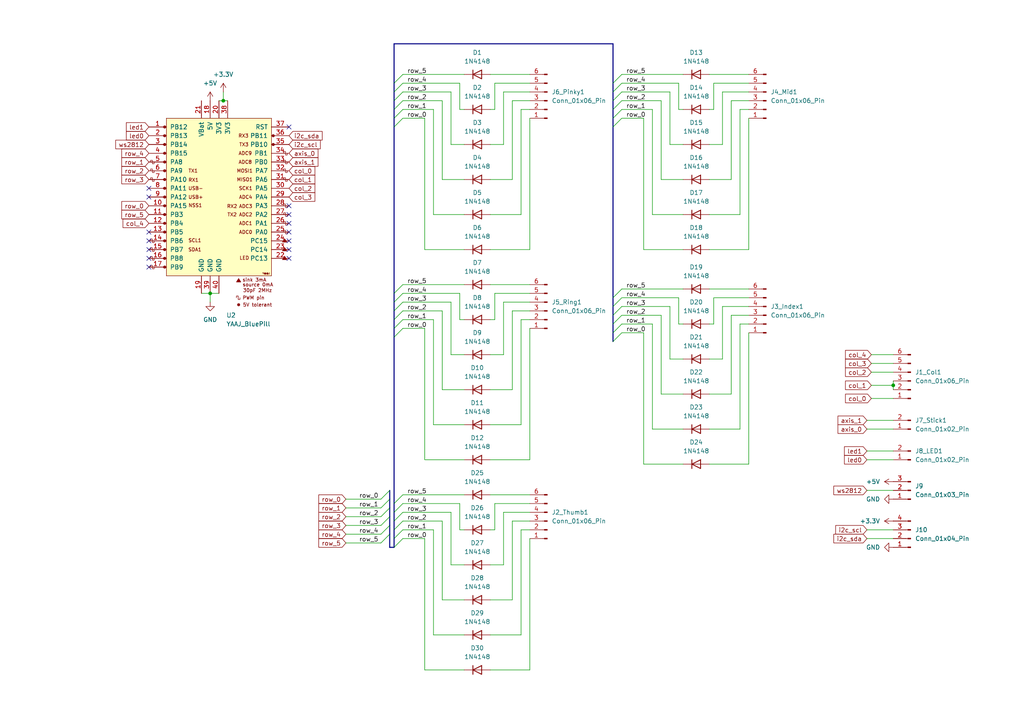
<source format=kicad_sch>
(kicad_sch (version 20250114) (generator "eeschema") (generator_version "9.0")
  (paper "A4")
  (lib_symbols
    (symbol "Connector:Conn_01x02_Pin" (pin_names (offset 1.016) (hide yes))
      (property "Reference" "J" (at 0 2.54 0))
      (property "Value" "Conn_01x02_Pin" (at 0 -5.08 0))
      (symbol "Conn_01x02_Pin_1_1"
        (pin passive line (at 5.08 0 180) (length 3.81) (name "Pin_1") (number "1"))
        (pin passive line (at 5.08 -2.54 180) (length 3.81) (name "Pin_2") (number "2"))
      )
    )
    (symbol "Connector:Conn_01x03_Pin" (pin_names (offset 1.016) (hide yes))
      (property "Reference" "J" (at 0 5.08 0))
      (property "Value" "Conn_01x03_Pin" (at 0 -5.08 0))
      (symbol "Conn_01x03_Pin_1_1"
        (pin passive line (at 5.08 2.54 180) (length 3.81) (name "Pin_1") (number "1"))
        (pin passive line (at 5.08 0 180) (length 3.81) (name "Pin_2") (number "2"))
        (pin passive line (at 5.08 -2.54 180) (length 3.81) (name "Pin_3") (number "3"))
      )
    )
    (symbol "Connector:Conn_01x04_Pin" (pin_names (offset 1.016) (hide yes))
      (property "Reference" "J" (at 0 5.08 0))
      (property "Value" "Conn_01x04_Pin" (at 0 -7.62 0))
      (symbol "Conn_01x04_Pin_1_1"
        (pin passive line (at 5.08 2.54 180) (length 3.81) (name "Pin_1") (number "1"))
        (pin passive line (at 5.08 0 180) (length 3.81) (name "Pin_2") (number "2"))
        (pin passive line (at 5.08 -2.54 180) (length 3.81) (name "Pin_3") (number "3"))
        (pin passive line (at 5.08 -5.08 180) (length 3.81) (name "Pin_4") (number "4"))
      )
    )
    (symbol "Connector:Conn_01x06_Pin" (pin_names (offset 1.016) (hide yes))
      (property "Reference" "J" (at 0 7.62 0))
      (property "Value" "Conn_01x06_Pin" (at 0 -10.16 0))
      (symbol "Conn_01x06_Pin_1_1"
        (pin passive line (at 5.08 5.08 180) (length 3.81) (name "Pin_1") (number "1"))
        (pin passive line (at 5.08 2.54 180) (length 3.81) (name "Pin_2") (number "2"))
        (pin passive line (at 5.08 0 180) (length 3.81) (name "Pin_3") (number "3"))
        (pin passive line (at 5.08 -2.54 180) (length 3.81) (name "Pin_4") (number "4"))
        (pin passive line (at 5.08 -5.08 180) (length 3.81) (name "Pin_5") (number "5"))
        (pin passive line (at 5.08 -7.62 180) (length 3.81) (name "Pin_6") (number "6"))
      )
    )
    (symbol "Diode:1N4148" (pin_numbers (hide yes)) (pin_names (hide yes))
      (property "Reference" "D" (at 0 2.54 0))
      (property "Value" "1N4148" (at 0 -2.54 0))
      (symbol "1N4148_1_1"
        (pin passive line (at -3.81 0 0) (length 2.54) (name "K") (number "1"))
        (pin passive line (at 3.81 0 180) (length 2.54) (name "A") (number "2"))
      )
    )
    (symbol "STM32:YAAJ_BluePill" (pin_names (offset 1.016))
      (property "Reference" "U" (at -13.97 24.13 0))
      (property "Value" "YAAJ_BluePill" (at 0 6.35 90))
      (symbol "YAAJ_BluePill_0_0"
        (text "TX1" (at -7.493 7.62 0) (effects (font (size 0.9906 0.9906))))
        (text "RX1" (at -7.366 4.953 0) (effects (font (size 0.9906 0.9906))))
        (text "SCL1" (at -6.985 -12.573 0) (effects (font (size 0.9906 0.9906))))
        (text "SDA1" (at -6.985 -15.24 0) (effects (font (size 0.9906 0.9906))))
        (text "NSS1" (at -6.858 -2.413 0) (effects (font (size 0.9906 0.9906))))
        (text "USB-" (at -6.731 2.54 0) (effects (font (size 0.9906 0.9906))))
        (text "USB+" (at -6.731 0 0) (effects (font (size 0.9906 0.9906))))
        (text "RX2" (at 3.81 -2.667 0) (effects (font (size 0.9906 0.9906))))
        (text "TX2" (at 3.81 -5.08 0) (effects (font (size 0.9906 0.9906))))
        (text "RX3" (at 7.112 17.78 0) (effects (font (size 0.9906 0.9906))))
        (text "TX3" (at 7.239 15.24 0) (effects (font (size 0.9906 0.9906))))
        (text "LED" (at 7.366 -17.653 0) (effects (font (size 0.9906 0.9906))))
        (text "MOSI1" (at 7.493 7.62 0) (effects (font (size 0.9906 0.9906))))
        (text "MISO1" (at 7.493 5.08 0) (effects (font (size 0.9906 0.9906))))
        (text "ADC9" (at 7.62 12.7 0) (effects (font (size 0.9906 0.9906))))
        (text "ADC8" (at 7.62 10.16 0) (effects (font (size 0.9906 0.9906))))
        (text "SCK1" (at 7.747 2.54 0) (effects (font (size 0.9906 0.9906))))
        (text "ADC4" (at 7.747 0 0) (effects (font (size 0.9906 0.9906))))
        (text "ADC3" (at 7.747 -2.667 0) (effects (font (size 0.9906 0.9906))))
        (text "ADC2" (at 7.747 -5.08 0) (effects (font (size 0.9906 0.9906))))
        (text "ADC1" (at 7.747 -7.62 0) (effects (font (size 0.9906 0.9906))))
        (text "ADC0" (at 7.747 -10.16 0) (effects (font (size 0.9906 0.9906))))
        (text "PWM pin" (at 10.033 -29.21 0) (effects (font (size 0.9906 0.9906))))
        (text "sink 3mA" (at 10.287 -24.003 0) (effects (font (size 0.9906 0.9906))))
        (text "30pF 2MHz" (at 11.176 -27.051 0) (effects (font (size 0.9906 0.9906))))
        (text "5V tolerant" (at 11.176 -31.242 0) (effects (font (size 0.9906 0.9906))))
        (text "source 0mA" (at 11.303 -25.4 0) (effects (font (size 0.9906 0.9906))))
        (text "Y@@J" (at 13.6906 -22.1488 0) (effects (font (size 0.508 0.508))))
      )
      (symbol "YAAJ_BluePill_1_1"
        (pin bidirectional line (at -20.32 20.32 0) (length 5.08) (name "PB12") (number "1"))
        (pin bidirectional line (at -20.32 17.78 0) (length 5.08) (name "PB13") (number "2"))
        (pin bidirectional line (at -20.32 15.24 0) (length 5.08) (name "PB14") (number "3"))
        (pin bidirectional line (at -20.32 12.7 0) (length 5.08) (name "PB15") (number "4"))
        (pin bidirectional line (at -20.32 10.16 0) (length 5.08) (name "PA8") (number "5"))
        (pin bidirectional line (at -20.32 7.62 0) (length 5.08) (name "PA9") (number "6"))
        (pin bidirectional line (at -20.32 5.08 0) (length 5.08) (name "PA10") (number "7"))
        (pin bidirectional line (at -20.32 2.54 0) (length 5.08) (name "PA11") (number "8"))
        (pin bidirectional line (at -20.32 0 0) (length 5.08) (name "PA12") (number "9"))
        (pin bidirectional line (at -20.32 -2.54 0) (length 5.08) (name "PA15") (number "10"))
        (pin bidirectional line (at -20.32 -5.08 0) (length 5.08) (name "PB3") (number "11"))
        (pin bidirectional line (at -20.32 -7.62 0) (length 5.08) (name "PB4") (number "12"))
        (pin bidirectional line (at -20.32 -10.16 0) (length 5.08) (name "PB5") (number "13"))
        (pin bidirectional line (at -20.32 -12.7 0) (length 5.08) (name "PB6") (number "14"))
        (pin bidirectional line (at -20.32 -15.24 0) (length 5.08) (name "PB7") (number "15"))
        (pin bidirectional line (at -20.32 -17.78 0) (length 5.08) (name "PB8") (number "16"))
        (pin bidirectional line (at -20.32 -20.32 0) (length 5.08) (name "PB9") (number "17"))
        (pin power_in line (at -5.08 27.94 270) (length 5.08) (name "VBat") (number "21"))
        (pin power_in line (at -5.08 -27.94 90) (length 5.08) (name "GND") (number "19"))
        (pin power_in line (at -2.54 27.94 270) (length 5.08) (name "5V") (number "18"))
        (pin power_in line (at -2.54 -27.94 90) (length 5.08) (name "GND") (number "39"))
        (pin power_in line (at 0 27.94 270) (length 5.08) (name "3V3") (number "20"))
        (pin power_in line (at 0 -27.94 90) (length 5.08) (name "GND") (number "40"))
        (pin power_in line (at 2.54 27.94 270) (length 5.08) (name "3V3") (number "38"))
        (pin input line (at 20.32 20.32 180) (length 5.08) (name "RST") (number "37"))
        (pin bidirectional line (at 20.32 17.78 180) (length 5.08) (name "PB11") (number "36"))
        (pin bidirectional line (at 20.32 15.24 180) (length 5.08) (name "PB10") (number "35"))
        (pin bidirectional line (at 20.32 12.7 180) (length 5.08) (name "PB1") (number "34"))
        (pin bidirectional line (at 20.32 10.16 180) (length 5.08) (name "PB0") (number "33"))
        (pin bidirectional line (at 20.32 7.62 180) (length 5.08) (name "PA7") (number "32"))
        (pin bidirectional line (at 20.32 5.08 180) (length 5.08) (name "PA6") (number "31"))
        (pin bidirectional line (at 20.32 2.54 180) (length 5.08) (name "PA5") (number "30"))
        (pin bidirectional line (at 20.32 0 180) (length 5.08) (name "PA4") (number "29"))
        (pin bidirectional line (at 20.32 -2.54 180) (length 5.08) (name "PA3") (number "28"))
        (pin bidirectional line (at 20.32 -5.08 180) (length 5.08) (name "PA2") (number "27"))
        (pin bidirectional line (at 20.32 -7.62 180) (length 5.08) (name "PA1") (number "26"))
        (pin bidirectional line (at 20.32 -10.16 180) (length 5.08) (name "PA0") (number "25"))
        (pin bidirectional line (at 20.32 -12.7 180) (length 5.08) (name "PC15") (number "24"))
        (pin bidirectional line (at 20.32 -15.24 180) (length 5.08) (name "PC14") (number "23"))
        (pin bidirectional line (at 20.32 -17.78 180) (length 5.08) (name "PC13") (number "22"))
      )
    )
    (symbol "power:+5V" (power) (pin_numbers (hide yes)) (pin_names (offset 0) (hide yes))
      (property "Value" "+5V" (at 0 3.556 0))
      (symbol "+5V_1_1"
        (pin power_in line (at 0 0 90) (length 0) (name "~") (number "1"))
      )
    )
    (symbol "power:GND" (power) (pin_numbers (hide yes)) (pin_names (offset 0) (hide yes))
      (property "Value" "GND" (at 0 -3.81 0))
      (symbol "GND_1_1"
        (pin power_in line (at 0 0 270) (length 0) (name "~") (number "1"))
      )
    )
  )
  (junction (at 60.96 85.09))
  (junction (at 259.08 111.76))
  (junction (at 64.77 29.21))
  (no_connect (at 83.82 62.23))
  (no_connect (at 83.82 72.39))
  (no_connect (at 43.18 69.85))
  (no_connect (at 83.82 64.77))
  (no_connect (at 83.82 59.69))
  (no_connect (at 43.18 74.93))
  (no_connect (at 43.18 72.39))
  (no_connect (at 83.82 69.85))
  (no_connect (at 83.82 36.83))
  (no_connect (at 43.18 57.15))
  (no_connect (at 43.18 54.61))
  (no_connect (at 83.82 74.93))
  (no_connect (at 43.18 67.31))
  (no_connect (at 83.82 67.31))
  (no_connect (at 43.18 77.47))
  (bus_entry (at 114.3 24.13) (size 2.54 -2.54))
  (bus_entry (at 114.3 34.29) (size 2.54 -2.54))
  (bus_entry (at 114.3 31.75) (size 2.54 -2.54))
  (bus_entry (at 113.03 147.32) (size -2.54 2.54))
  (bus_entry (at 114.3 95.25) (size 2.54 -2.54))
  (bus_entry (at 114.3 85.09) (size 2.54 -2.54))
  (bus_entry (at 114.3 92.71) (size 2.54 -2.54))
  (bus_entry (at 113.03 152.4) (size -2.54 2.54))
  (bus_entry (at 114.3 29.21) (size 2.54 -2.54))
  (bus_entry (at 177.8 91.44) (size 2.54 -2.54))
  (bus_entry (at 114.3 26.67) (size 2.54 -2.54))
  (bus_entry (at 114.3 148.59) (size 2.54 -2.54))
  (bus_entry (at 113.03 142.24) (size -2.54 2.54))
  (bus_entry (at 114.3 87.63) (size 2.54 -2.54))
  (bus_entry (at 177.8 96.52) (size 2.54 -2.54))
  (bus_entry (at 177.8 36.83) (size 2.54 -2.54))
  (bus_entry (at 114.3 158.75) (size 2.54 -2.54))
  (bus_entry (at 114.3 151.13) (size 2.54 -2.54))
  (bus_entry (at 177.8 86.36) (size 2.54 -2.54))
  (bus_entry (at 177.8 34.29) (size 2.54 -2.54))
  (bus_entry (at 113.03 144.78) (size -2.54 2.54))
  (bus_entry (at 177.8 29.21) (size 2.54 -2.54))
  (bus_entry (at 114.3 156.21) (size 2.54 -2.54))
  (bus_entry (at 114.3 146.05) (size 2.54 -2.54))
  (bus_entry (at 177.8 26.67) (size 2.54 -2.54))
  (bus_entry (at 114.3 97.79) (size 2.54 -2.54))
  (bus_entry (at 114.3 153.67) (size 2.54 -2.54))
  (bus_entry (at 177.8 24.13) (size 2.54 -2.54))
  (bus_entry (at 177.8 99.06) (size 2.54 -2.54))
  (bus_entry (at 114.3 90.17) (size 2.54 -2.54))
  (bus_entry (at 177.8 31.75) (size 2.54 -2.54))
  (bus_entry (at 177.8 88.9) (size 2.54 -2.54))
  (bus_entry (at 114.3 36.83) (size 2.54 -2.54))
  (bus_entry (at 177.8 93.98) (size 2.54 -2.54))
  (bus_entry (at 113.03 149.86) (size -2.54 2.54))
  (bus_entry (at 113.03 154.94) (size -2.54 2.54))
  (wire (pts (xy 146.05 87.63) (xy 146.05 102.87)))
  (wire (pts (xy 251.46 153.67) (xy 259.08 153.67)))
  (wire (pts (xy 212.09 91.44) (xy 217.17 91.44)))
  (wire (pts (xy 189.23 124.46) (xy 198.12 124.46)))
  (wire (pts (xy 143.51 31.75) (xy 143.51 24.13)))
  (wire (pts (xy 180.34 31.75) (xy 189.23 31.75)))
  (bus (pts (xy 177.8 99.06) (xy 177.8 96.52)))
  (wire (pts (xy 180.34 93.98) (xy 189.23 93.98)))
  (bus (pts (xy 113.03 152.4) (xy 113.03 154.94)))
  (wire (pts (xy 153.67 29.21) (xy 148.59 29.21)))
  (bus (pts (xy 177.8 36.83) (xy 177.8 34.29)))
  (wire (pts (xy 180.34 96.52) (xy 186.69 96.52)))
  (wire (pts (xy 205.74 114.3) (xy 212.09 114.3)))
  (bus (pts (xy 114.3 87.63) (xy 114.3 90.17)))
  (wire (pts (xy 251.46 121.92) (xy 259.08 121.92)))
  (wire (pts (xy 130.81 148.59) (xy 116.84 148.59)))
  (wire (pts (xy 123.19 72.39) (xy 134.62 72.39)))
  (wire (pts (xy 196.85 31.75) (xy 196.85 24.13)))
  (wire (pts (xy 128.27 29.21) (xy 128.27 52.07)))
  (wire (pts (xy 100.33 147.32) (xy 110.49 147.32)))
  (wire (pts (xy 116.84 153.67) (xy 125.73 153.67)))
  (wire (pts (xy 191.77 52.07) (xy 198.12 52.07)))
  (wire (pts (xy 142.24 163.83) (xy 146.05 163.83)))
  (bus (pts (xy 114.3 148.59) (xy 114.3 151.13)))
  (wire (pts (xy 153.67 87.63) (xy 146.05 87.63)))
  (wire (pts (xy 151.13 123.19) (xy 142.24 123.19)))
  (wire (pts (xy 116.84 156.21) (xy 123.19 156.21)))
  (wire (pts (xy 125.73 123.19) (xy 134.62 123.19)))
  (bus (pts (xy 114.3 31.75) (xy 114.3 34.29)))
  (wire (pts (xy 142.24 41.91) (xy 146.05 41.91)))
  (wire (pts (xy 116.84 31.75) (xy 125.73 31.75)))
  (wire (pts (xy 209.55 88.9) (xy 209.55 104.14)))
  (wire (pts (xy 186.69 72.39) (xy 198.12 72.39)))
  (wire (pts (xy 212.09 52.07) (xy 212.09 29.21)))
  (wire (pts (xy 189.23 124.46) (xy 189.23 93.98)))
  (bus (pts (xy 114.3 92.71) (xy 114.3 95.25)))
  (wire (pts (xy 251.46 133.35) (xy 259.08 133.35)))
  (bus (pts (xy 114.3 97.79) (xy 114.3 146.05)))
  (wire (pts (xy 217.17 34.29) (xy 217.17 72.39)))
  (wire (pts (xy 142.24 31.75) (xy 143.51 31.75)))
  (wire (pts (xy 209.55 104.14) (xy 205.74 104.14)))
  (wire (pts (xy 205.74 134.62) (xy 217.17 134.62)))
  (wire (pts (xy 148.59 173.99) (xy 148.59 151.13)))
  (wire (pts (xy 146.05 148.59) (xy 153.67 148.59)))
  (wire (pts (xy 116.84 34.29) (xy 123.19 34.29)))
  (wire (pts (xy 123.19 34.29) (xy 123.19 72.39)))
  (wire (pts (xy 251.46 124.46) (xy 259.08 124.46)))
  (wire (pts (xy 217.17 72.39) (xy 205.74 72.39)))
  (wire (pts (xy 191.77 114.3) (xy 191.77 91.44)))
  (wire (pts (xy 214.63 31.75) (xy 217.17 31.75)))
  (wire (pts (xy 100.33 144.78) (xy 110.49 144.78)))
  (wire (pts (xy 259.08 107.95) (xy 252.73 107.95)))
  (wire (pts (xy 116.84 21.59) (xy 134.62 21.59)))
  (wire (pts (xy 133.35 153.67) (xy 133.35 146.05)))
  (wire (pts (xy 143.51 153.67) (xy 143.51 146.05)))
  (wire (pts (xy 116.84 92.71) (xy 125.73 92.71)))
  (wire (pts (xy 251.46 156.21) (xy 259.08 156.21)))
  (wire (pts (xy 153.67 194.31) (xy 142.24 194.31)))
  (wire (pts (xy 130.81 102.87) (xy 130.81 87.63)))
  (wire (pts (xy 116.84 29.21) (xy 128.27 29.21)))
  (wire (pts (xy 128.27 173.99) (xy 128.27 151.13)))
  (wire (pts (xy 116.84 143.51) (xy 134.62 143.51)))
  (wire (pts (xy 116.84 87.63) (xy 130.81 87.63)))
  (wire (pts (xy 142.24 92.71) (xy 143.51 92.71)))
  (wire (pts (xy 153.67 95.25) (xy 153.67 133.35)))
  (wire (pts (xy 180.34 21.59) (xy 198.12 21.59)))
  (wire (pts (xy 64.77 26.67) (xy 64.77 29.21)))
  (bus (pts (xy 113.03 144.78) (xy 113.03 147.32)))
  (wire (pts (xy 116.84 95.25) (xy 123.19 95.25)))
  (wire (pts (xy 130.81 26.67) (xy 130.81 41.91)))
  (bus (pts (xy 114.3 153.67) (xy 114.3 156.21)))
  (wire (pts (xy 205.74 21.59) (xy 217.17 21.59)))
  (wire (pts (xy 146.05 26.67) (xy 153.67 26.67)))
  (bus (pts (xy 114.3 34.29) (xy 114.3 36.83)))
  (wire (pts (xy 153.67 90.17) (xy 148.59 90.17)))
  (wire (pts (xy 153.67 72.39) (xy 142.24 72.39)))
  (wire (pts (xy 128.27 113.03) (xy 134.62 113.03)))
  (wire (pts (xy 148.59 151.13) (xy 153.67 151.13)))
  (wire (pts (xy 207.01 31.75) (xy 205.74 31.75)))
  (wire (pts (xy 116.84 90.17) (xy 128.27 90.17)))
  (wire (pts (xy 146.05 163.83) (xy 146.05 148.59)))
  (wire (pts (xy 125.73 123.19) (xy 125.73 92.71)))
  (wire (pts (xy 217.17 88.9) (xy 209.55 88.9)))
  (wire (pts (xy 153.67 133.35) (xy 142.24 133.35)))
  (wire (pts (xy 259.08 111.76) (xy 259.08 113.03)))
  (bus (pts (xy 177.8 31.75) (xy 177.8 29.21)))
  (wire (pts (xy 151.13 153.67) (xy 153.67 153.67)))
  (wire (pts (xy 205.74 52.07) (xy 212.09 52.07)))
  (wire (pts (xy 130.81 102.87) (xy 134.62 102.87)))
  (wire (pts (xy 214.63 124.46) (xy 205.74 124.46)))
  (wire (pts (xy 133.35 153.67) (xy 134.62 153.67)))
  (wire (pts (xy 259.08 111.76) (xy 252.73 111.76)))
  (bus (pts (xy 177.8 88.9) (xy 177.8 86.36)))
  (bus (pts (xy 114.3 151.13) (xy 114.3 153.67)))
  (wire (pts (xy 205.74 83.82) (xy 217.17 83.82)))
  (bus (pts (xy 177.8 91.44) (xy 177.8 88.9)))
  (wire (pts (xy 212.09 114.3) (xy 212.09 91.44)))
  (wire (pts (xy 205.74 62.23) (xy 214.63 62.23)))
  (wire (pts (xy 207.01 24.13) (xy 207.01 31.75)))
  (bus (pts (xy 113.03 149.86) (xy 113.03 152.4)))
  (wire (pts (xy 123.19 133.35) (xy 123.19 95.25)))
  (wire (pts (xy 143.51 85.09) (xy 153.67 85.09)))
  (wire (pts (xy 133.35 146.05) (xy 116.84 146.05)))
  (wire (pts (xy 189.23 62.23) (xy 189.23 31.75)))
  (wire (pts (xy 128.27 173.99) (xy 134.62 173.99)))
  (bus (pts (xy 177.8 93.98) (xy 177.8 91.44)))
  (wire (pts (xy 259.08 105.41) (xy 252.73 105.41)))
  (bus (pts (xy 114.3 90.17) (xy 114.3 92.71)))
  (wire (pts (xy 123.19 194.31) (xy 134.62 194.31)))
  (wire (pts (xy 217.17 93.98) (xy 214.63 93.98)))
  (wire (pts (xy 133.35 24.13) (xy 133.35 31.75)))
  (bus (pts (xy 114.3 12.7) (xy 177.8 12.7)))
  (bus (pts (xy 177.8 26.67) (xy 177.8 24.13)))
  (wire (pts (xy 151.13 31.75) (xy 151.13 62.23)))
  (bus (pts (xy 114.3 146.05) (xy 114.3 148.59)))
  (wire (pts (xy 146.05 102.87) (xy 142.24 102.87)))
  (wire (pts (xy 180.34 34.29) (xy 186.69 34.29)))
  (bus (pts (xy 113.03 154.94) (xy 113.03 158.75)))
  (bus (pts (xy 114.3 156.21) (xy 114.3 158.75)))
  (wire (pts (xy 209.55 41.91) (xy 209.55 26.67)))
  (bus (pts (xy 113.03 147.32) (xy 113.03 149.86)))
  (wire (pts (xy 153.67 156.21) (xy 153.67 194.31)))
  (wire (pts (xy 212.09 29.21) (xy 217.17 29.21)))
  (wire (pts (xy 100.33 157.48) (xy 110.49 157.48)))
  (bus (pts (xy 177.8 96.52) (xy 177.8 93.98)))
  (bus (pts (xy 177.8 34.29) (xy 177.8 31.75)))
  (wire (pts (xy 205.74 41.91) (xy 209.55 41.91)))
  (bus (pts (xy 177.8 24.13) (xy 177.8 12.7)))
  (wire (pts (xy 186.69 134.62) (xy 198.12 134.62)))
  (wire (pts (xy 148.59 90.17) (xy 148.59 113.03)))
  (wire (pts (xy 130.81 163.83) (xy 134.62 163.83)))
  (wire (pts (xy 123.19 194.31) (xy 123.19 156.21)))
  (wire (pts (xy 180.34 26.67) (xy 194.31 26.67)))
  (wire (pts (xy 100.33 149.86) (xy 110.49 149.86)))
  (wire (pts (xy 214.63 62.23) (xy 214.63 31.75)))
  (wire (pts (xy 60.96 85.09) (xy 63.5 85.09)))
  (bus (pts (xy 114.3 12.7) (xy 114.3 24.13)))
  (wire (pts (xy 196.85 86.36) (xy 180.34 86.36)))
  (wire (pts (xy 148.59 29.21) (xy 148.59 52.07)))
  (wire (pts (xy 151.13 184.15) (xy 151.13 153.67)))
  (wire (pts (xy 142.24 173.99) (xy 148.59 173.99)))
  (wire (pts (xy 207.01 86.36) (xy 217.17 86.36)))
  (wire (pts (xy 259.08 110.49) (xy 259.08 111.76)))
  (bus (pts (xy 114.3 158.75) (xy 113.03 158.75)))
  (bus (pts (xy 114.3 29.21) (xy 114.3 31.75)))
  (wire (pts (xy 128.27 151.13) (xy 116.84 151.13)))
  (wire (pts (xy 125.73 31.75) (xy 125.73 62.23)))
  (wire (pts (xy 194.31 104.14) (xy 198.12 104.14)))
  (wire (pts (xy 143.51 146.05) (xy 153.67 146.05)))
  (bus (pts (xy 114.3 24.13) (xy 114.3 26.67)))
  (wire (pts (xy 196.85 93.98) (xy 198.12 93.98)))
  (wire (pts (xy 143.51 92.71) (xy 143.51 85.09)))
  (wire (pts (xy 194.31 41.91) (xy 194.31 26.67)))
  (wire (pts (xy 214.63 93.98) (xy 214.63 124.46)))
  (wire (pts (xy 207.01 93.98) (xy 207.01 86.36)))
  (wire (pts (xy 148.59 52.07) (xy 142.24 52.07)))
  (wire (pts (xy 194.31 41.91) (xy 198.12 41.91)))
  (wire (pts (xy 142.24 21.59) (xy 153.67 21.59)))
  (wire (pts (xy 100.33 152.4) (xy 110.49 152.4)))
  (wire (pts (xy 142.24 82.55) (xy 153.67 82.55)))
  (wire (pts (xy 116.84 85.09) (xy 133.35 85.09)))
  (wire (pts (xy 64.77 29.21) (xy 66.04 29.21)))
  (wire (pts (xy 151.13 92.71) (xy 151.13 123.19)))
  (wire (pts (xy 180.34 24.13) (xy 196.85 24.13)))
  (wire (pts (xy 251.46 142.24) (xy 259.08 142.24)))
  (wire (pts (xy 180.34 91.44) (xy 191.77 91.44)))
  (wire (pts (xy 142.24 153.67) (xy 143.51 153.67)))
  (wire (pts (xy 209.55 26.67) (xy 217.17 26.67)))
  (wire (pts (xy 128.27 113.03) (xy 128.27 90.17)))
  (wire (pts (xy 146.05 41.91) (xy 146.05 26.67)))
  (wire (pts (xy 259.08 102.87) (xy 252.73 102.87)))
  (wire (pts (xy 180.34 29.21) (xy 191.77 29.21)))
  (wire (pts (xy 130.81 41.91) (xy 134.62 41.91)))
  (wire (pts (xy 142.24 143.51) (xy 153.67 143.51)))
  (wire (pts (xy 130.81 163.83) (xy 130.81 148.59)))
  (wire (pts (xy 100.33 154.94) (xy 110.49 154.94)))
  (wire (pts (xy 151.13 62.23) (xy 142.24 62.23)))
  (wire (pts (xy 133.35 92.71) (xy 133.35 85.09)))
  (wire (pts (xy 196.85 93.98) (xy 196.85 86.36)))
  (wire (pts (xy 186.69 134.62) (xy 186.69 96.52)))
  (wire (pts (xy 251.46 130.81) (xy 259.08 130.81)))
  (wire (pts (xy 153.67 92.71) (xy 151.13 92.71)))
  (wire (pts (xy 143.51 24.13) (xy 153.67 24.13)))
  (wire (pts (xy 180.34 83.82) (xy 198.12 83.82)))
  (bus (pts (xy 114.3 26.67) (xy 114.3 29.21)))
  (wire (pts (xy 191.77 52.07) (xy 191.77 29.21)))
  (wire (pts (xy 153.67 34.29) (xy 153.67 72.39)))
  (wire (pts (xy 125.73 62.23) (xy 134.62 62.23)))
  (wire (pts (xy 189.23 62.23) (xy 198.12 62.23)))
  (wire (pts (xy 196.85 31.75) (xy 198.12 31.75)))
  (wire (pts (xy 148.59 113.03) (xy 142.24 113.03)))
  (wire (pts (xy 63.5 29.21) (xy 64.77 29.21)))
  (wire (pts (xy 194.31 104.14) (xy 194.31 88.9)))
  (wire (pts (xy 186.69 72.39) (xy 186.69 34.29)))
  (wire (pts (xy 153.67 31.75) (xy 151.13 31.75)))
  (wire (pts (xy 125.73 184.15) (xy 125.73 153.67)))
  (wire (pts (xy 123.19 133.35) (xy 134.62 133.35)))
  (bus (pts (xy 114.3 95.25) (xy 114.3 97.79)))
  (wire (pts (xy 58.42 85.09) (xy 60.96 85.09)))
  (wire (pts (xy 125.73 184.15) (xy 134.62 184.15)))
  (bus (pts (xy 177.8 29.21) (xy 177.8 26.67)))
  (wire (pts (xy 116.84 26.67) (xy 130.81 26.67)))
  (wire (pts (xy 128.27 52.07) (xy 134.62 52.07)))
  (wire (pts (xy 217.17 24.13) (xy 207.01 24.13)))
  (bus (pts (xy 114.3 36.83) (xy 114.3 85.09)))
  (bus (pts (xy 114.3 85.09) (xy 114.3 87.63)))
  (wire (pts (xy 116.84 24.13) (xy 133.35 24.13)))
  (wire (pts (xy 133.35 92.71) (xy 134.62 92.71)))
  (bus (pts (xy 113.03 142.24) (xy 113.03 144.78)))
  (wire (pts (xy 60.96 85.09) (xy 60.96 87.63)))
  (wire (pts (xy 205.74 93.98) (xy 207.01 93.98)))
  (wire (pts (xy 191.77 114.3) (xy 198.12 114.3)))
  (bus (pts (xy 177.8 86.36) (xy 177.8 36.83)))
  (wire (pts (xy 116.84 82.55) (xy 134.62 82.55)))
  (wire (pts (xy 259.08 115.57) (xy 252.73 115.57)))
  (wire (pts (xy 133.35 31.75) (xy 134.62 31.75)))
  (wire (pts (xy 217.17 134.62) (xy 217.17 96.52)))
  (wire (pts (xy 180.34 88.9) (xy 194.31 88.9)))
  (wire (pts (xy 142.24 184.15) (xy 151.13 184.15)))
  (label "row_1" (at 118.11 153.67 0))
  (label "row_4" (at 118.11 146.05 0))
  (label "row_4" (at 118.11 85.09 0))
  (label "row_1" (at 181.61 93.98 0))
  (label "row_2" (at 181.61 91.44 0))
  (label "row_4" (at 181.61 86.36 0))
  (label "row_3" (at 104.14 152.4 0))
  (label "row_3" (at 118.11 148.59 0))
  (label "row_3" (at 118.11 26.67 0))
  (label "row_2" (at 104.14 149.86 0))
  (label "row_0" (at 181.61 96.52 0))
  (label "row_0" (at 118.11 34.29 0))
  (label "row_3" (at 181.61 88.9 0))
  (label "row_2" (at 181.61 29.21 0))
  (label "row_0" (at 181.61 34.29 0))
  (label "row_2" (at 118.11 90.17 0))
  (label "row_5" (at 118.11 21.59 0))
  (label "row_4" (at 181.61 24.13 0))
  (label "row_5" (at 118.11 82.55 0))
  (label "row_5" (at 104.14 157.48 0))
  (label "row_1" (at 118.11 31.75 0))
  (label "row_0" (at 104.14 144.78 0))
  (label "row_5" (at 118.11 143.51 0))
  (label "row_1" (at 104.14 147.32 0))
  (label "row_1" (at 181.61 31.75 0))
  (label "row_4" (at 118.11 24.13 0))
  (label "row_1" (at 118.11 92.71 0))
  (label "row_0" (at 118.11 95.25 0))
  (label "row_3" (at 181.61 26.67 0))
  (label "row_0" (at 118.11 156.21 0))
  (label "row_4" (at 104.14 154.94 0))
  (label "row_2" (at 118.11 151.13 0))
  (label "row_2" (at 118.11 29.21 0))
  (label "row_5" (at 181.61 21.59 0))
  (label "row_3" (at 118.11 87.63 0))
  (label "row_5" (at 181.61 83.82 0))
  (global_label "row_1" (shape input) (at 43.18 46.99 180) (property "Intersheetrefs" "${INTERSHEET_REFS}" (effects (hide yes))))
  (global_label "axis_0" (shape input) (at 83.82 44.45 0) (property "Intersheetrefs" "${INTERSHEET_REFS}" (effects (hide yes))))
  (global_label "col_4" (shape input) (at 43.18 64.77 180) (property "Intersheetrefs" "${INTERSHEET_REFS}" (effects (hide yes))))
  (global_label "col_3" (shape input) (at 83.82 57.15 0) (property "Intersheetrefs" "${INTERSHEET_REFS}" (effects (hide yes))))
  (global_label "row_4" (shape input) (at 43.18 44.45 180) (property "Intersheetrefs" "${INTERSHEET_REFS}" (effects (hide yes))))
  (global_label "i2c_scl" (shape input) (at 251.46 153.67 180) (property "Intersheetrefs" "${INTERSHEET_REFS}" (effects (hide yes))))
  (global_label "col_1" (shape input) (at 83.82 52.07 0) (property "Intersheetrefs" "${INTERSHEET_REFS}" (effects (hide yes))))
  (global_label "row_5" (shape input) (at 100.33 157.48 180) (property "Intersheetrefs" "${INTERSHEET_REFS}" (effects (hide yes))))
  (global_label "row_4" (shape input) (at 100.33 154.94 180) (property "Intersheetrefs" "${INTERSHEET_REFS}" (effects (hide yes))))
  (global_label "axis_1" (shape input) (at 251.46 121.92 180) (property "Intersheetrefs" "${INTERSHEET_REFS}" (effects (hide yes))))
  (global_label "col_2" (shape input) (at 252.73 107.95 180) (property "Intersheetrefs" "${INTERSHEET_REFS}" (effects (hide yes))))
  (global_label "row_2" (shape input) (at 43.18 49.53 180) (property "Intersheetrefs" "${INTERSHEET_REFS}" (effects (hide yes))))
  (global_label "i2c_sda" (shape input) (at 251.46 156.21 180) (property "Intersheetrefs" "${INTERSHEET_REFS}" (effects (hide yes))))
  (global_label "led0" (shape input) (at 43.18 39.37 180) (property "Intersheetrefs" "${INTERSHEET_REFS}" (effects (hide yes))))
  (global_label "led0" (shape input) (at 251.46 133.35 180) (property "Intersheetrefs" "${INTERSHEET_REFS}" (effects (hide yes))))
  (global_label "ws2812" (shape input) (at 43.18 41.91 180) (property "Intersheetrefs" "${INTERSHEET_REFS}" (effects (hide yes))))
  (global_label "row_3" (shape input) (at 100.33 152.4 180) (property "Intersheetrefs" "${INTERSHEET_REFS}" (effects (hide yes))))
  (global_label "row_3" (shape input) (at 43.18 52.07 180) (property "Intersheetrefs" "${INTERSHEET_REFS}" (effects (hide yes))))
  (global_label "row_5" (shape input) (at 43.18 62.23 180) (property "Intersheetrefs" "${INTERSHEET_REFS}" (effects (hide yes))))
  (global_label "led1" (shape input) (at 43.18 36.83 180) (property "Intersheetrefs" "${INTERSHEET_REFS}" (effects (hide yes))))
  (global_label "row_2" (shape input) (at 100.33 149.86 180) (property "Intersheetrefs" "${INTERSHEET_REFS}" (effects (hide yes))))
  (global_label "led1" (shape input) (at 251.46 130.81 180) (property "Intersheetrefs" "${INTERSHEET_REFS}" (effects (hide yes))))
  (global_label "col_2" (shape input) (at 83.82 54.61 0) (property "Intersheetrefs" "${INTERSHEET_REFS}" (effects (hide yes))))
  (global_label "axis_1" (shape input) (at 83.82 46.99 0) (property "Intersheetrefs" "${INTERSHEET_REFS}" (effects (hide yes))))
  (global_label "i2c_scl" (shape input) (at 83.82 41.91 0) (property "Intersheetrefs" "${INTERSHEET_REFS}" (effects (hide yes))))
  (global_label "row_1" (shape input) (at 100.33 147.32 180) (property "Intersheetrefs" "${INTERSHEET_REFS}" (effects (hide yes))))
  (global_label "col_1" (shape input) (at 252.73 111.76 180) (property "Intersheetrefs" "${INTERSHEET_REFS}" (effects (hide yes))))
  (global_label "col_4" (shape input) (at 252.73 102.87 180) (property "Intersheetrefs" "${INTERSHEET_REFS}" (effects (hide yes))))
  (global_label "col_3" (shape input) (at 252.73 105.41 180) (property "Intersheetrefs" "${INTERSHEET_REFS}" (effects (hide yes))))
  (global_label "col_0" (shape input) (at 83.82 49.53 0) (property "Intersheetrefs" "${INTERSHEET_REFS}" (effects (hide yes))))
  (global_label "axis_0" (shape input) (at 251.46 124.46 180) (property "Intersheetrefs" "${INTERSHEET_REFS}" (effects (hide yes))))
  (global_label "i2c_sda" (shape input) (at 83.82 39.37 0) (property "Intersheetrefs" "${INTERSHEET_REFS}" (effects (hide yes))))
  (global_label "row_0" (shape input) (at 43.18 59.69 180) (property "Intersheetrefs" "${INTERSHEET_REFS}" (effects (hide yes))))
  (global_label "row_0" (shape input) (at 100.33 144.78 180) (property "Intersheetrefs" "${INTERSHEET_REFS}" (effects (hide yes))))
  (global_label "col_0" (shape input) (at 252.73 115.57 180) (property "Intersheetrefs" "${INTERSHEET_REFS}" (effects (hide yes))))
  (global_label "ws2812" (shape input) (at 251.46 142.24 180) (property "Intersheetrefs" "${INTERSHEET_REFS}" (effects (hide yes))))
  (symbol (lib_id "Diode:1N4148") (at 138.43 52.07 0) (unit 1)
    (property "Reference" "D4" (at 138.43 45.72 0))
    (property "Value" "1N4148" (at 138.43 48.26 0))
    (property "Footprint" "Diode_SMD:D_SOD-323F" (effects (hide yes)))
    (property "Datasheet" "https://assets.nexperia.com/documents/data-sheet/1N4148_1N4448.pdf" (effects (hide yes)))
    (property "Description" "100V 0.15A standard switching diode, DO-35" (effects (hide yes)))
    (property "Sim.Device" "D" (effects (hide yes)))
    (property "Sim.Pins" "1=K 2=A" (effects (hide yes)))
  )
  (symbol (lib_id "Diode:1N4148") (at 201.93 21.59 0) (unit 1)
    (property "Reference" "D13" (at 201.93 15.24 0))
    (property "Value" "1N4148" (at 201.93 17.78 0))
    (property "Footprint" "Diode_SMD:D_SOD-323F" (effects (hide yes)))
    (property "Datasheet" "https://assets.nexperia.com/documents/data-sheet/1N4148_1N4448.pdf" (effects (hide yes)))
    (property "Description" "100V 0.15A standard switching diode, DO-35" (effects (hide yes)))
    (property "Sim.Device" "D" (effects (hide yes)))
    (property "Sim.Pins" "1=K 2=A" (effects (hide yes)))
  )
  (symbol (lib_id "Diode:1N4148") (at 201.93 31.75 0) (unit 1)
    (property "Reference" "D14" (at 201.93 25.4 0))
    (property "Value" "1N4148" (at 201.93 27.94 0))
    (property "Footprint" "Diode_SMD:D_SOD-323F" (effects (hide yes)))
    (property "Datasheet" "https://assets.nexperia.com/documents/data-sheet/1N4148_1N4448.pdf" (effects (hide yes)))
    (property "Description" "100V 0.15A standard switching diode, DO-35" (effects (hide yes)))
    (property "Sim.Device" "D" (effects (hide yes)))
    (property "Sim.Pins" "1=K 2=A" (effects (hide yes)))
  )
  (symbol (lib_id "Connector:Conn_01x06_Pin") (at 222.25 29.21 180) (unit 1)
    (property "Reference" "J4_Mid1" (at 223.52 26.6699 0) (effects (justify right)))
    (property "Value" "Conn_01x06_Pin" (at 223.52 29.2099 0) (effects (justify right)))
    (property "Footprint" "Connector_JST:JST_XH_B6B-XH-A_1x06_P2.50mm_Vertical" (effects (hide yes)))
    (property "Description" "Generic connector, single row, 01x06, script generated" (effects (hide yes)))
  )
  (symbol (lib_id "Diode:1N4148") (at 138.43 153.67 0) (unit 1)
    (property "Reference" "D26" (at 138.43 147.32 0))
    (property "Value" "1N4148" (at 138.43 149.86 0))
    (property "Footprint" "Diode_SMD:D_SOD-323F" (effects (hide yes)))
    (property "Datasheet" "https://assets.nexperia.com/documents/data-sheet/1N4148_1N4448.pdf" (effects (hide yes)))
    (property "Description" "100V 0.15A standard switching diode, DO-35" (effects (hide yes)))
    (property "Sim.Device" "D" (effects (hide yes)))
    (property "Sim.Pins" "1=K 2=A" (effects (hide yes)))
  )
  (symbol (lib_id "power:+5V") (at 259.08 151.13 90) (unit 1)
    (property "Reference" "#PWR07" (effects (hide yes)))
    (property "Value" "+3.3V" (at 255.27 151.1299 90) (effects (justify left)))
    (property "Description" "Power symbol creates a global label with name \"+5V\"" (effects (hide yes)))
  )
  (symbol (lib_id "Diode:1N4148") (at 138.43 21.59 0) (unit 1)
    (property "Reference" "D1" (at 138.43 15.24 0))
    (property "Value" "1N4148" (at 138.43 17.78 0))
    (property "Footprint" "Diode_SMD:D_SOD-323F" (effects (hide yes)))
    (property "Datasheet" "https://assets.nexperia.com/documents/data-sheet/1N4148_1N4448.pdf" (effects (hide yes)))
    (property "Description" "100V 0.15A standard switching diode, DO-35" (effects (hide yes)))
    (property "Sim.Device" "D" (effects (hide yes)))
    (property "Sim.Pins" "1=K 2=A" (effects (hide yes)))
  )
  (symbol (lib_id "Diode:1N4148") (at 201.93 83.82 0) (unit 1)
    (property "Reference" "D19" (at 201.93 77.47 0))
    (property "Value" "1N4148" (at 201.93 80.01 0))
    (property "Footprint" "Diode_SMD:D_SOD-323F" (effects (hide yes)))
    (property "Datasheet" "https://assets.nexperia.com/documents/data-sheet/1N4148_1N4448.pdf" (effects (hide yes)))
    (property "Description" "100V 0.15A standard switching diode, DO-35" (effects (hide yes)))
    (property "Sim.Device" "D" (effects (hide yes)))
    (property "Sim.Pins" "1=K 2=A" (effects (hide yes)))
  )
  (symbol (lib_id "Diode:1N4148") (at 138.43 82.55 0) (unit 1)
    (property "Reference" "D7" (at 138.43 76.2 0))
    (property "Value" "1N4148" (at 138.43 78.74 0))
    (property "Footprint" "Diode_SMD:D_SOD-323F" (effects (hide yes)))
    (property "Datasheet" "https://assets.nexperia.com/documents/data-sheet/1N4148_1N4448.pdf" (effects (hide yes)))
    (property "Description" "100V 0.15A standard switching diode, DO-35" (effects (hide yes)))
    (property "Sim.Device" "D" (effects (hide yes)))
    (property "Sim.Pins" "1=K 2=A" (effects (hide yes)))
  )
  (symbol (lib_id "Diode:1N4148") (at 201.93 124.46 0) (unit 1)
    (property "Reference" "D23" (at 201.93 118.11 0))
    (property "Value" "1N4148" (at 201.93 120.65 0))
    (property "Footprint" "Diode_SMD:D_SOD-323F" (effects (hide yes)))
    (property "Datasheet" "https://assets.nexperia.com/documents/data-sheet/1N4148_1N4448.pdf" (effects (hide yes)))
    (property "Description" "100V 0.15A standard switching diode, DO-35" (effects (hide yes)))
    (property "Sim.Device" "D" (effects (hide yes)))
    (property "Sim.Pins" "1=K 2=A" (effects (hide yes)))
  )
  (symbol (lib_id "Diode:1N4148") (at 201.93 114.3 0) (unit 1)
    (property "Reference" "D22" (at 201.93 107.95 0))
    (property "Value" "1N4148" (at 201.93 110.49 0))
    (property "Footprint" "Diode_SMD:D_SOD-323F" (effects (hide yes)))
    (property "Datasheet" "https://assets.nexperia.com/documents/data-sheet/1N4148_1N4448.pdf" (effects (hide yes)))
    (property "Description" "100V 0.15A standard switching diode, DO-35" (effects (hide yes)))
    (property "Sim.Device" "D" (effects (hide yes)))
    (property "Sim.Pins" "1=K 2=A" (effects (hide yes)))
  )
  (symbol (lib_id "Diode:1N4148") (at 138.43 123.19 0) (unit 1)
    (property "Reference" "D11" (at 138.43 116.84 0))
    (property "Value" "1N4148" (at 138.43 119.38 0))
    (property "Footprint" "Diode_SMD:D_SOD-323F" (effects (hide yes)))
    (property "Datasheet" "https://assets.nexperia.com/documents/data-sheet/1N4148_1N4448.pdf" (effects (hide yes)))
    (property "Description" "100V 0.15A standard switching diode, DO-35" (effects (hide yes)))
    (property "Sim.Device" "D" (effects (hide yes)))
    (property "Sim.Pins" "1=K 2=A" (effects (hide yes)))
  )
  (symbol (lib_id "Diode:1N4148") (at 138.43 92.71 0) (unit 1)
    (property "Reference" "D8" (at 138.43 86.36 0))
    (property "Value" "1N4148" (at 138.43 88.9 0))
    (property "Footprint" "Diode_SMD:D_SOD-323F" (effects (hide yes)))
    (property "Datasheet" "https://assets.nexperia.com/documents/data-sheet/1N4148_1N4448.pdf" (effects (hide yes)))
    (property "Description" "100V 0.15A standard switching diode, DO-35" (effects (hide yes)))
    (property "Sim.Device" "D" (effects (hide yes)))
    (property "Sim.Pins" "1=K 2=A" (effects (hide yes)))
  )
  (symbol (lib_id "STM32:YAAJ_BluePill") (at 63.5 57.15 0) (unit 1)
    (property "Reference" "U2" (at 65.6433 91.44 0) (effects (justify left)))
    (property "Value" "YAAJ_BluePill" (at 65.6433 93.98 0) (effects (justify left)))
    (property "Footprint" "STM32:YAAJ_BluePill_1" (effects (hide yes)))
    (property "Description" "STM32 Blue Pill ; KLC compliant" (effects (hide yes)))
  )
  (symbol (lib_id "Diode:1N4148") (at 201.93 72.39 0) (unit 1)
    (property "Reference" "D18" (at 201.93 66.04 0))
    (property "Value" "1N4148" (at 201.93 68.58 0))
    (property "Footprint" "Diode_SMD:D_SOD-323F" (effects (hide yes)))
    (property "Datasheet" "https://assets.nexperia.com/documents/data-sheet/1N4148_1N4448.pdf" (effects (hide yes)))
    (property "Description" "100V 0.15A standard switching diode, DO-35" (effects (hide yes)))
    (property "Sim.Device" "D" (effects (hide yes)))
    (property "Sim.Pins" "1=K 2=A" (effects (hide yes)))
  )
  (symbol (lib_id "Diode:1N4148") (at 201.93 93.98 0) (unit 1)
    (property "Reference" "D20" (at 201.93 87.63 0))
    (property "Value" "1N4148" (at 201.93 90.17 0))
    (property "Footprint" "Diode_SMD:D_SOD-323F" (effects (hide yes)))
    (property "Datasheet" "https://assets.nexperia.com/documents/data-sheet/1N4148_1N4448.pdf" (effects (hide yes)))
    (property "Description" "100V 0.15A standard switching diode, DO-35" (effects (hide yes)))
    (property "Sim.Device" "D" (effects (hide yes)))
    (property "Sim.Pins" "1=K 2=A" (effects (hide yes)))
  )
  (symbol (lib_id "power:GND") (at 259.08 158.75 270) (unit 1)
    (property "Reference" "#PWR06" (effects (hide yes)))
    (property "Value" "GND" (at 255.27 158.7499 90) (effects (justify right)))
    (property "Description" "Power symbol creates a global label with name \"GND\" , ground" (effects (hide yes)))
  )
  (symbol (lib_id "Diode:1N4148") (at 138.43 143.51 0) (unit 1)
    (property "Reference" "D25" (at 138.43 137.16 0))
    (property "Value" "1N4148" (at 138.43 139.7 0))
    (property "Footprint" "Diode_SMD:D_SOD-323F" (effects (hide yes)))
    (property "Datasheet" "https://assets.nexperia.com/documents/data-sheet/1N4148_1N4448.pdf" (effects (hide yes)))
    (property "Description" "100V 0.15A standard switching diode, DO-35" (effects (hide yes)))
    (property "Sim.Device" "D" (effects (hide yes)))
    (property "Sim.Pins" "1=K 2=A" (effects (hide yes)))
  )
  (symbol (lib_id "Connector:Conn_01x06_Pin") (at 158.75 151.13 180) (unit 1)
    (property "Reference" "J2_Thumb1" (at 160.02 148.5899 0) (effects (justify right)))
    (property "Value" "Conn_01x06_Pin" (at 160.02 151.1299 0) (effects (justify right)))
    (property "Footprint" "Connector_JST:JST_XH_B6B-XH-A_1x06_P2.50mm_Vertical" (effects (hide yes)))
    (property "Description" "Generic connector, single row, 01x06, script generated" (effects (hide yes)))
  )
  (symbol (lib_id "Diode:1N4148") (at 201.93 41.91 0) (unit 1)
    (property "Reference" "D15" (at 201.93 35.56 0))
    (property "Value" "1N4148" (at 201.93 38.1 0))
    (property "Footprint" "Diode_SMD:D_SOD-323F" (effects (hide yes)))
    (property "Datasheet" "https://assets.nexperia.com/documents/data-sheet/1N4148_1N4448.pdf" (effects (hide yes)))
    (property "Description" "100V 0.15A standard switching diode, DO-35" (effects (hide yes)))
    (property "Sim.Device" "D" (effects (hide yes)))
    (property "Sim.Pins" "1=K 2=A" (effects (hide yes)))
  )
  (symbol (lib_id "Diode:1N4148") (at 138.43 113.03 0) (unit 1)
    (property "Reference" "D10" (at 138.43 106.68 0))
    (property "Value" "1N4148" (at 138.43 109.22 0))
    (property "Footprint" "Diode_SMD:D_SOD-323F" (effects (hide yes)))
    (property "Datasheet" "https://assets.nexperia.com/documents/data-sheet/1N4148_1N4448.pdf" (effects (hide yes)))
    (property "Description" "100V 0.15A standard switching diode, DO-35" (effects (hide yes)))
    (property "Sim.Device" "D" (effects (hide yes)))
    (property "Sim.Pins" "1=K 2=A" (effects (hide yes)))
  )
  (symbol (lib_id "Connector:Conn_01x04_Pin") (at 264.16 156.21 180) (unit 1)
    (property "Reference" "J10" (at 265.43 153.6699 0) (effects (justify right)))
    (property "Value" "Conn_01x04_Pin" (at 265.43 156.2099 0) (effects (justify right)))
    (property "Footprint" "Connector_JST:JST_XH_B4B-XH-A_1x04_P2.50mm_Vertical" (effects (hide yes)))
    (property "Description" "Generic connector, single row, 01x04, script generated" (effects (hide yes)))
  )
  (symbol (lib_id "Diode:1N4148") (at 138.43 41.91 0) (unit 1)
    (property "Reference" "D3" (at 138.43 35.56 0))
    (property "Value" "1N4148" (at 138.43 38.1 0))
    (property "Footprint" "Diode_SMD:D_SOD-323F" (effects (hide yes)))
    (property "Datasheet" "https://assets.nexperia.com/documents/data-sheet/1N4148_1N4448.pdf" (effects (hide yes)))
    (property "Description" "100V 0.15A standard switching diode, DO-35" (effects (hide yes)))
    (property "Sim.Device" "D" (effects (hide yes)))
    (property "Sim.Pins" "1=K 2=A" (effects (hide yes)))
  )
  (symbol (lib_id "Diode:1N4148") (at 138.43 31.75 0) (unit 1)
    (property "Reference" "D2" (at 138.43 25.4 0))
    (property "Value" "1N4148" (at 138.43 27.94 0))
    (property "Footprint" "Diode_SMD:D_SOD-323F" (effects (hide yes)))
    (property "Datasheet" "https://assets.nexperia.com/documents/data-sheet/1N4148_1N4448.pdf" (effects (hide yes)))
    (property "Description" "100V 0.15A standard switching diode, DO-35" (effects (hide yes)))
    (property "Sim.Device" "D" (effects (hide yes)))
    (property "Sim.Pins" "1=K 2=A" (effects (hide yes)))
  )
  (symbol (lib_id "Diode:1N4148") (at 201.93 104.14 0) (unit 1)
    (property "Reference" "D21" (at 201.93 97.79 0))
    (property "Value" "1N4148" (at 201.93 100.33 0))
    (property "Footprint" "Diode_SMD:D_SOD-323F" (effects (hide yes)))
    (property "Datasheet" "https://assets.nexperia.com/documents/data-sheet/1N4148_1N4448.pdf" (effects (hide yes)))
    (property "Description" "100V 0.15A standard switching diode, DO-35" (effects (hide yes)))
    (property "Sim.Device" "D" (effects (hide yes)))
    (property "Sim.Pins" "1=K 2=A" (effects (hide yes)))
  )
  (symbol (lib_id "Diode:1N4148") (at 138.43 62.23 0) (unit 1)
    (property "Reference" "D5" (at 138.43 55.88 0))
    (property "Value" "1N4148" (at 138.43 58.42 0))
    (property "Footprint" "Diode_SMD:D_SOD-323F" (effects (hide yes)))
    (property "Datasheet" "https://assets.nexperia.com/documents/data-sheet/1N4148_1N4448.pdf" (effects (hide yes)))
    (property "Description" "100V 0.15A standard switching diode, DO-35" (effects (hide yes)))
    (property "Sim.Device" "D" (effects (hide yes)))
    (property "Sim.Pins" "1=K 2=A" (effects (hide yes)))
  )
  (symbol (lib_id "power:GND") (at 259.08 144.78 270) (unit 1)
    (property "Reference" "#PWR05" (effects (hide yes)))
    (property "Value" "GND" (at 255.27 144.7799 90) (effects (justify right)))
    (property "Description" "Power symbol creates a global label with name \"GND\" , ground" (effects (hide yes)))
  )
  (symbol (lib_id "Diode:1N4148") (at 201.93 62.23 0) (unit 1)
    (property "Reference" "D17" (at 201.93 55.88 0))
    (property "Value" "1N4148" (at 201.93 58.42 0))
    (property "Footprint" "Diode_SMD:D_SOD-323F" (effects (hide yes)))
    (property "Datasheet" "https://assets.nexperia.com/documents/data-sheet/1N4148_1N4448.pdf" (effects (hide yes)))
    (property "Description" "100V 0.15A standard switching diode, DO-35" (effects (hide yes)))
    (property "Sim.Device" "D" (effects (hide yes)))
    (property "Sim.Pins" "1=K 2=A" (effects (hide yes)))
  )
  (symbol (lib_id "Diode:1N4148") (at 201.93 52.07 0) (unit 1)
    (property "Reference" "D16" (at 201.93 45.72 0))
    (property "Value" "1N4148" (at 201.93 48.26 0))
    (property "Footprint" "Diode_SMD:D_SOD-323F" (effects (hide yes)))
    (property "Datasheet" "https://assets.nexperia.com/documents/data-sheet/1N4148_1N4448.pdf" (effects (hide yes)))
    (property "Description" "100V 0.15A standard switching diode, DO-35" (effects (hide yes)))
    (property "Sim.Device" "D" (effects (hide yes)))
    (property "Sim.Pins" "1=K 2=A" (effects (hide yes)))
  )
  (symbol (lib_id "Connector:Conn_01x06_Pin") (at 158.75 90.17 180) (unit 1)
    (property "Reference" "J5_Ring1" (at 160.02 87.6299 0) (effects (justify right)))
    (property "Value" "Conn_01x06_Pin" (at 160.02 90.1699 0) (effects (justify right)))
    (property "Footprint" "Connector_JST:JST_XH_B6B-XH-A_1x06_P2.50mm_Vertical" (effects (hide yes)))
    (property "Description" "Generic connector, single row, 01x06, script generated" (effects (hide yes)))
  )
  (symbol (lib_id "power:+5V") (at 60.96 29.21 0) (unit 1)
    (property "Reference" "#PWR01" (effects (hide yes)))
    (property "Value" "+5V" (at 60.96 24.13 0))
    (property "Description" "Power symbol creates a global label with name \"+5V\"" (effects (hide yes)))
  )
  (symbol (lib_id "Diode:1N4148") (at 138.43 194.31 0) (unit 1)
    (property "Reference" "D30" (at 138.43 187.96 0))
    (property "Value" "1N4148" (at 138.43 190.5 0))
    (property "Footprint" "Diode_SMD:D_SOD-323F" (effects (hide yes)))
    (property "Datasheet" "https://assets.nexperia.com/documents/data-sheet/1N4148_1N4448.pdf" (effects (hide yes)))
    (property "Description" "100V 0.15A standard switching diode, DO-35" (effects (hide yes)))
    (property "Sim.Device" "D" (effects (hide yes)))
    (property "Sim.Pins" "1=K 2=A" (effects (hide yes)))
  )
  (symbol (lib_id "Diode:1N4148") (at 201.93 134.62 0) (unit 1)
    (property "Reference" "D24" (at 201.93 128.27 0))
    (property "Value" "1N4148" (at 201.93 130.81 0))
    (property "Footprint" "Diode_SMD:D_SOD-323F" (effects (hide yes)))
    (property "Datasheet" "https://assets.nexperia.com/documents/data-sheet/1N4148_1N4448.pdf" (effects (hide yes)))
    (property "Description" "100V 0.15A standard switching diode, DO-35" (effects (hide yes)))
    (property "Sim.Device" "D" (effects (hide yes)))
    (property "Sim.Pins" "1=K 2=A" (effects (hide yes)))
  )
  (symbol (lib_id "Diode:1N4148") (at 138.43 72.39 0) (unit 1)
    (property "Reference" "D6" (at 138.43 66.04 0))
    (property "Value" "1N4148" (at 138.43 68.58 0))
    (property "Footprint" "Diode_SMD:D_SOD-323F" (effects (hide yes)))
    (property "Datasheet" "https://assets.nexperia.com/documents/data-sheet/1N4148_1N4448.pdf" (effects (hide yes)))
    (property "Description" "100V 0.15A standard switching diode, DO-35" (effects (hide yes)))
    (property "Sim.Device" "D" (effects (hide yes)))
    (property "Sim.Pins" "1=K 2=A" (effects (hide yes)))
  )
  (symbol (lib_id "power:GND") (at 60.96 87.63 0) (unit 1)
    (property "Reference" "#PWR03" (effects (hide yes)))
    (property "Value" "GND" (at 60.96 92.71 0))
    (property "Description" "Power symbol creates a global label with name \"GND\" , ground" (effects (hide yes)))
  )
  (symbol (lib_id "power:+5V") (at 64.77 26.67 0) (unit 1)
    (property "Reference" "#PWR02" (effects (hide yes)))
    (property "Value" "+3.3V" (at 64.77 21.59 0))
    (property "Description" "Power symbol creates a global label with name \"+5V\"" (effects (hide yes)))
  )
  (symbol (lib_id "Connector:Conn_01x06_Pin") (at 264.16 110.49 180) (unit 1)
    (property "Reference" "J1_Col1" (at 265.43 107.9499 0) (effects (justify right)))
    (property "Value" "Conn_01x06_Pin" (at 265.43 110.4899 0) (effects (justify right)))
    (property "Footprint" "Connector_JST:JST_XH_B6B-XH-A_1x06_P2.50mm_Vertical" (effects (hide yes)))
    (property "Description" "Generic connector, single row, 01x06, script generated" (effects (hide yes)))
  )
  (symbol (lib_id "Diode:1N4148") (at 138.43 173.99 0) (unit 1)
    (property "Reference" "D28" (at 138.43 167.64 0))
    (property "Value" "1N4148" (at 138.43 170.18 0))
    (property "Footprint" "Diode_SMD:D_SOD-323F" (effects (hide yes)))
    (property "Datasheet" "https://assets.nexperia.com/documents/data-sheet/1N4148_1N4448.pdf" (effects (hide yes)))
    (property "Description" "100V 0.15A standard switching diode, DO-35" (effects (hide yes)))
    (property "Sim.Device" "D" (effects (hide yes)))
    (property "Sim.Pins" "1=K 2=A" (effects (hide yes)))
  )
  (symbol (lib_id "Diode:1N4148") (at 138.43 184.15 0) (unit 1)
    (property "Reference" "D29" (at 138.43 177.8 0))
    (property "Value" "1N4148" (at 138.43 180.34 0))
    (property "Footprint" "Diode_SMD:D_SOD-323F" (effects (hide yes)))
    (property "Datasheet" "https://assets.nexperia.com/documents/data-sheet/1N4148_1N4448.pdf" (effects (hide yes)))
    (property "Description" "100V 0.15A standard switching diode, DO-35" (effects (hide yes)))
    (property "Sim.Device" "D" (effects (hide yes)))
    (property "Sim.Pins" "1=K 2=A" (effects (hide yes)))
  )
  (symbol (lib_id "Connector:Conn_01x06_Pin") (at 158.75 29.21 180) (unit 1)
    (property "Reference" "J6_Pinky1" (at 160.02 26.6699 0) (effects (justify right)))
    (property "Value" "Conn_01x06_Pin" (at 160.02 29.2099 0) (effects (justify right)))
    (property "Footprint" "Connector_JST:JST_XH_B6B-XH-A_1x06_P2.50mm_Vertical" (effects (hide yes)))
    (property "Description" "Generic connector, single row, 01x06, script generated" (effects (hide yes)))
  )
  (symbol (lib_id "Connector:Conn_01x02_Pin") (at 264.16 133.35 180) (unit 1)
    (property "Reference" "J8_LED1" (at 265.43 130.8099 0) (effects (justify right)))
    (property "Value" "Conn_01x02_Pin" (at 265.43 133.3499 0) (effects (justify right)))
    (property "Footprint" "Connector_JST:JST_XH_B2B-XH-A_1x02_P2.50mm_Vertical" (effects (hide yes)))
    (property "Description" "Generic connector, single row, 01x02, script generated" (effects (hide yes)))
  )
  (symbol (lib_id "Connector:Conn_01x06_Pin") (at 222.25 91.44 180) (unit 1)
    (property "Reference" "J3_Index1" (at 223.52 88.8999 0) (effects (justify right)))
    (property "Value" "Conn_01x06_Pin" (at 223.52 91.4399 0) (effects (justify right)))
    (property "Footprint" "Connector_JST:JST_XH_B6B-XH-A_1x06_P2.50mm_Vertical" (effects (hide yes)))
    (property "Description" "Generic connector, single row, 01x06, script generated" (effects (hide yes)))
  )
  (symbol (lib_id "Connector:Conn_01x03_Pin") (at 264.16 142.24 180) (unit 1)
    (property "Reference" "J9" (at 265.43 140.9699 0) (effects (justify right)))
    (property "Value" "Conn_01x03_Pin" (at 265.43 143.5099 0) (effects (justify right)))
    (property "Footprint" "Connector_JST:JST_XH_B3B-XH-A_1x03_P2.50mm_Vertical" (effects (hide yes)))
    (property "Description" "Generic connector, single row, 01x03, script generated" (effects (hide yes)))
  )
  (symbol (lib_id "Diode:1N4148") (at 138.43 133.35 0) (unit 1)
    (property "Reference" "D12" (at 138.43 127 0))
    (property "Value" "1N4148" (at 138.43 129.54 0))
    (property "Footprint" "Diode_SMD:D_SOD-323F" (effects (hide yes)))
    (property "Datasheet" "https://assets.nexperia.com/documents/data-sheet/1N4148_1N4448.pdf" (effects (hide yes)))
    (property "Description" "100V 0.15A standard switching diode, DO-35" (effects (hide yes)))
    (property "Sim.Device" "D" (effects (hide yes)))
    (property "Sim.Pins" "1=K 2=A" (effects (hide yes)))
  )
  (symbol (lib_id "power:+5V") (at 259.08 139.7 90) (unit 1)
    (property "Reference" "#PWR04" (effects (hide yes)))
    (property "Value" "+5V" (at 255.27 139.6999 90) (effects (justify left)))
    (property "Description" "Power symbol creates a global label with name \"+5V\"" (effects (hide yes)))
  )
  (symbol (lib_id "Connector:Conn_01x02_Pin") (at 264.16 124.46 180) (unit 1)
    (property "Reference" "J7_Stick1" (at 265.43 121.9199 0) (effects (justify right)))
    (property "Value" "Conn_01x02_Pin" (at 265.43 124.4599 0) (effects (justify right)))
    (property "Footprint" "Connector_JST:JST_XH_B2B-XH-A_1x02_P2.50mm_Vertical" (effects (hide yes)))
    (property "Description" "Generic connector, single row, 01x02, script generated" (effects (hide yes)))
  )
  (symbol (lib_id "Diode:1N4148") (at 138.43 163.83 0) (unit 1)
    (property "Reference" "D27" (at 138.43 157.48 0))
    (property "Value" "1N4148" (at 138.43 160.02 0))
    (property "Footprint" "Diode_SMD:D_SOD-323F" (effects (hide yes)))
    (property "Datasheet" "https://assets.nexperia.com/documents/data-sheet/1N4148_1N4448.pdf" (effects (hide yes)))
    (property "Description" "100V 0.15A standard switching diode, DO-35" (effects (hide yes)))
    (property "Sim.Device" "D" (effects (hide yes)))
    (property "Sim.Pins" "1=K 2=A" (effects (hide yes)))
  )
  (symbol (lib_id "Diode:1N4148") (at 138.43 102.87 0) (unit 1)
    (property "Reference" "D9" (at 138.43 96.52 0))
    (property "Value" "1N4148" (at 138.43 99.06 0))
    (property "Footprint" "Diode_SMD:D_SOD-323F" (effects (hide yes)))
    (property "Datasheet" "https://assets.nexperia.com/documents/data-sheet/1N4148_1N4448.pdf" (effects (hide yes)))
    (property "Description" "100V 0.15A standard switching diode, DO-35" (effects (hide yes)))
    (property "Sim.Device" "D" (effects (hide yes)))
    (property "Sim.Pins" "1=K 2=A" (effects (hide yes)))
  )
)
</source>
